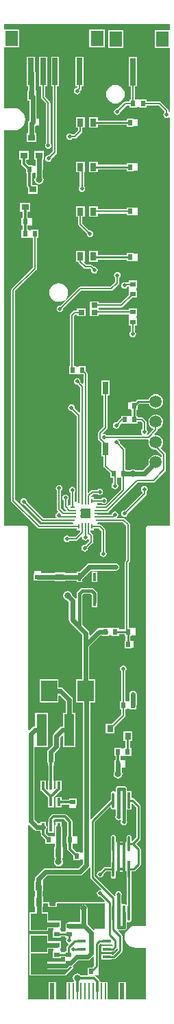
<source format=gtl>
%FSLAX25Y25*%
%MOIN*%
G70*
G01*
G75*
G04 Layer_Physical_Order=1*
G04 Layer_Color=255*
%ADD10C,0.05906*%
%ADD11R,0.07874X0.07874*%
%ADD12R,0.02362X0.02756*%
%ADD13R,0.02756X0.02362*%
%ADD14R,0.03150X0.03937*%
%ADD15R,0.03937X0.03150*%
%ADD16R,0.02559X0.02165*%
%ADD17R,0.02165X0.02559*%
%ADD18R,0.03543X0.03150*%
%ADD19R,0.03543X0.03150*%
%ADD20R,0.01575X0.03937*%
%ADD21O,0.01181X0.07874*%
%ADD22R,0.01181X0.07874*%
%ADD23R,0.03937X0.01575*%
%ADD24R,0.02362X0.07874*%
%ADD25R,0.01063X0.07874*%
%ADD26R,0.05118X0.05118*%
%ADD27R,0.00787X0.02362*%
%ADD28R,0.00787X0.03150*%
%ADD29R,0.02362X0.00787*%
%ADD30R,0.03150X0.00787*%
%ADD31R,0.03150X0.02559*%
%ADD32R,0.05118X0.15748*%
%ADD33R,0.03150X0.03543*%
%ADD34R,0.03150X0.03543*%
%ADD35R,0.06299X0.07480*%
%ADD36R,0.02756X0.13386*%
%ADD37R,0.02756X0.06102*%
%ADD38R,0.07874X0.10000*%
%ADD39C,0.00787*%
%ADD40C,0.02362*%
%ADD41C,0.01000*%
%ADD42C,0.01575*%
%ADD43C,0.01181*%
%ADD44C,0.01969*%
%ADD45C,0.03150*%
G36*
X65227Y-381760D02*
Y-396529D01*
X63479Y-398276D01*
X63017Y-398085D01*
Y-396329D01*
X62925Y-395868D01*
X62664Y-395478D01*
X62274Y-395217D01*
X61813Y-395125D01*
X61352Y-395217D01*
X60961Y-395478D01*
X60700Y-395868D01*
X60609Y-396329D01*
Y-398716D01*
X60130Y-398861D01*
X60105Y-398824D01*
X59715Y-398563D01*
X59254Y-398471D01*
X56695D01*
X56234Y-398563D01*
X55843Y-398824D01*
X55818Y-398861D01*
X55340Y-398716D01*
Y-396329D01*
X55248Y-395868D01*
X54987Y-395478D01*
X54596Y-395217D01*
X54136Y-395125D01*
X53675Y-395217D01*
X53284Y-395478D01*
X53023Y-395868D01*
X52931Y-396329D01*
Y-403022D01*
X53023Y-403483D01*
X53024Y-403484D01*
Y-408148D01*
X53023Y-408148D01*
X52931Y-408609D01*
Y-410844D01*
X50131D01*
X50131Y-410844D01*
X49705Y-410928D01*
X49345Y-411170D01*
X49345Y-411170D01*
X47705Y-412809D01*
X47677Y-412804D01*
X47063Y-412926D01*
X46542Y-413274D01*
X46194Y-413795D01*
X46071Y-414409D01*
X46194Y-415024D01*
X46542Y-415545D01*
X47063Y-415893D01*
X47677Y-416015D01*
X48292Y-415893D01*
X48812Y-415545D01*
X49161Y-415024D01*
X49283Y-414409D01*
X49277Y-414382D01*
X50591Y-413068D01*
X52931D01*
Y-415302D01*
X53023Y-415763D01*
X53284Y-416154D01*
X53675Y-416415D01*
X54136Y-416506D01*
X54596Y-416415D01*
X54987Y-416154D01*
X55248Y-415763D01*
X55340Y-415302D01*
Y-412915D01*
X55818Y-412770D01*
X55843Y-412807D01*
X56234Y-413068D01*
X56695Y-413160D01*
X59254D01*
X59715Y-413068D01*
X60105Y-412807D01*
X60153Y-412736D01*
X60632Y-412881D01*
Y-416483D01*
X60701D01*
Y-429048D01*
X60222Y-429193D01*
X60105Y-429018D01*
X59715Y-428757D01*
X59254Y-428665D01*
X58793Y-428757D01*
X58540Y-428925D01*
X58100Y-428689D01*
Y-424844D01*
X58137Y-424788D01*
X58259Y-424173D01*
X58137Y-423559D01*
X57789Y-423038D01*
X57268Y-422690D01*
X56653Y-422568D01*
X56039Y-422690D01*
X55518Y-423038D01*
X55170Y-423559D01*
X55048Y-424173D01*
X55166Y-424767D01*
X54793Y-424967D01*
X54689D01*
X45100Y-415378D01*
Y-389024D01*
X52462Y-381662D01*
X52940Y-381807D01*
X53023Y-382223D01*
X53284Y-382614D01*
X53675Y-382875D01*
X54136Y-382966D01*
X54596Y-382875D01*
X54847Y-382707D01*
X55288Y-382943D01*
Y-385843D01*
X55209Y-385960D01*
X55087Y-386575D01*
X55209Y-387189D01*
X55558Y-387710D01*
X56078Y-388058D01*
X56693Y-388180D01*
X57307Y-388058D01*
X57408Y-387991D01*
X57849Y-388227D01*
D01*
X57770Y-388439D01*
Y-388439D01*
X57648Y-389053D01*
X57770Y-389668D01*
X58118Y-390189D01*
X58639Y-390537D01*
X59254Y-390659D01*
X59868Y-390537D01*
X60389Y-390189D01*
X60737Y-389668D01*
X60859Y-389053D01*
X60737Y-388439D01*
X60659Y-388321D01*
Y-382943D01*
X62994D01*
Y-380181D01*
X63456Y-379990D01*
X65227Y-381760D01*
D02*
G37*
G36*
X81674Y-3789D02*
X74327D01*
Y-12451D01*
X81674D01*
Y-43597D01*
X81523Y-43697D01*
X81082Y-43462D01*
Y-42795D01*
X81006Y-42411D01*
X80788Y-42086D01*
X77443Y-38740D01*
X77118Y-38523D01*
X76733Y-38447D01*
X70264D01*
Y-37481D01*
X66721D01*
Y-37700D01*
X65539D01*
Y-37481D01*
X64771D01*
Y-31381D01*
X65705D01*
Y-16815D01*
X61768D01*
Y-31381D01*
X62764D01*
Y-37481D01*
X61996D01*
Y-38447D01*
X60117D01*
X59797Y-38510D01*
X59733Y-38523D01*
X59407Y-38740D01*
X56140Y-42008D01*
X55984Y-41977D01*
X55370Y-42099D01*
X54849Y-42447D01*
X54501Y-42968D01*
X54379Y-43583D01*
X54501Y-44197D01*
X54849Y-44718D01*
X55370Y-45066D01*
X55984Y-45188D01*
X56599Y-45066D01*
X57120Y-44718D01*
X57468Y-44197D01*
X57590Y-43583D01*
X57559Y-43427D01*
X60533Y-40453D01*
X61996D01*
Y-41418D01*
X65539D01*
Y-41200D01*
X66721D01*
Y-41418D01*
X70264D01*
Y-40453D01*
X76318D01*
X79075Y-43211D01*
Y-43816D01*
X78943Y-43904D01*
X78595Y-44425D01*
X78473Y-45039D01*
X78595Y-45654D01*
X78943Y-46175D01*
X79464Y-46523D01*
X80079Y-46645D01*
X80693Y-46523D01*
X81214Y-46175D01*
X81674Y-46482D01*
Y-245060D01*
X70866D01*
X70482Y-245136D01*
X70157Y-245354D01*
X69939Y-245679D01*
X69863Y-246063D01*
Y-439548D01*
X64961D01*
Y-439521D01*
X63573Y-439704D01*
X62280Y-440239D01*
X61170Y-441091D01*
X60318Y-442202D01*
X59782Y-443495D01*
X59600Y-444882D01*
X59782Y-446270D01*
X60318Y-447563D01*
X61170Y-448673D01*
X62280Y-449525D01*
X63573Y-450060D01*
X64961Y-450243D01*
Y-450216D01*
X69863D01*
Y-475375D01*
X60210D01*
Y-466812D01*
X56666D01*
Y-475375D01*
X51410D01*
Y-466812D01*
X48673D01*
X47556Y-466589D01*
X47464Y-466128D01*
X47203Y-465737D01*
X47203Y-465737D01*
X45496Y-464030D01*
X45105Y-463769D01*
X45105Y-463769D01*
X45105D01*
Y-463743D01*
X45110Y-463698D01*
D01*
X45110D01*
X45110Y-463480D01*
X46900D01*
Y-459980D01*
X46900Y-459980D01*
X46900D01*
X46792Y-459778D01*
X46797Y-459772D01*
X46893Y-459627D01*
X46978Y-459202D01*
X46978Y-459202D01*
X46978Y-459202D01*
Y-459202D01*
Y-448807D01*
X47633Y-448152D01*
X48363D01*
Y-448418D01*
X53481D01*
Y-448418D01*
X53613D01*
X53967Y-448771D01*
Y-449049D01*
X53613Y-449402D01*
X53481D01*
Y-449402D01*
X48363D01*
Y-452158D01*
X53481D01*
Y-451892D01*
X54023D01*
X54023Y-451892D01*
X54449Y-451807D01*
X54809Y-451566D01*
X55865Y-450511D01*
X56154Y-450704D01*
X56203Y-451201D01*
X53996Y-453408D01*
X53481D01*
Y-453142D01*
X48363D01*
Y-455898D01*
X53481D01*
Y-455632D01*
X54456D01*
X54456Y-455632D01*
X54882Y-455547D01*
X55243Y-455306D01*
X58227Y-452322D01*
X58227Y-452322D01*
X58468Y-451961D01*
X58553Y-451535D01*
X58553Y-451535D01*
Y-444488D01*
X58553Y-444488D01*
X58468Y-444063D01*
X58227Y-443702D01*
X56600Y-442075D01*
X56695Y-441602D01*
X59254D01*
X59791Y-441495D01*
X60247Y-441190D01*
X60552Y-440734D01*
X60659Y-440197D01*
X60659Y-440197D01*
X60659Y-440197D01*
Y-440197D01*
Y-437742D01*
X61100Y-437506D01*
X61352Y-437675D01*
X61813Y-437766D01*
X62274Y-437675D01*
X62664Y-437414D01*
X62925Y-437023D01*
X63017Y-436562D01*
Y-429869D01*
X62925Y-429408D01*
X62925Y-429407D01*
Y-416483D01*
X62994D01*
Y-413068D01*
X63832D01*
X63832Y-413068D01*
X64257Y-412983D01*
X64618Y-412742D01*
X67164Y-410196D01*
X67405Y-409835D01*
X67490Y-409410D01*
X67490Y-409410D01*
X67490Y-409410D01*
Y-409409D01*
Y-402402D01*
X67490Y-402402D01*
X67405Y-401976D01*
X67164Y-401615D01*
X65224Y-399676D01*
X67125Y-397775D01*
X67366Y-397415D01*
X67450Y-396989D01*
X67450Y-396989D01*
X67450Y-396989D01*
Y-396989D01*
Y-381299D01*
X67450Y-381299D01*
X67366Y-380874D01*
X67125Y-380513D01*
X64241Y-377630D01*
X63881Y-377389D01*
X63455Y-377304D01*
X63455Y-377304D01*
X62994D01*
Y-373888D01*
X60659D01*
Y-372876D01*
X60552Y-372338D01*
X60247Y-371882D01*
X59791Y-371578D01*
X59254Y-371471D01*
X56695D01*
X56157Y-371578D01*
X55701Y-371882D01*
X55397Y-372338D01*
X55290Y-372876D01*
Y-373890D01*
X54849Y-374125D01*
X54596Y-373957D01*
X54136Y-373865D01*
X53675Y-373957D01*
X53284Y-374218D01*
X53023Y-374608D01*
X52931Y-375069D01*
Y-378048D01*
X43321Y-387658D01*
X42859Y-387467D01*
Y-330861D01*
X45188D01*
Y-319679D01*
X42466D01*
Y-303710D01*
X47910Y-298266D01*
X48586D01*
Y-298429D01*
X52129D01*
Y-298210D01*
X53311D01*
Y-298429D01*
X56854D01*
Y-297580D01*
X59496D01*
Y-298429D01*
X60148D01*
Y-300810D01*
X59587D01*
Y-304550D01*
X62933D01*
Y-304330D01*
X64128D01*
Y-301030D01*
X62933D01*
Y-300810D01*
X62372D01*
Y-298429D01*
X63039D01*
Y-298210D01*
X64830D01*
Y-294710D01*
X63039D01*
Y-294492D01*
X61788D01*
Y-262879D01*
X61977Y-262689D01*
X62123Y-262472D01*
X62195Y-262364D01*
X62271Y-261980D01*
Y-244339D01*
X62208Y-244018D01*
X62195Y-243955D01*
X61977Y-243629D01*
X59841Y-241493D01*
X59516Y-241276D01*
X59132Y-241199D01*
X56362D01*
X56057Y-240742D01*
X56405Y-240221D01*
X56527Y-239606D01*
X56405Y-238992D01*
X56057Y-238471D01*
X55536Y-238123D01*
X54921Y-238001D01*
X54307Y-238123D01*
X53786Y-238471D01*
X53438Y-238992D01*
X53316Y-239606D01*
X53301Y-239624D01*
X46400D01*
Y-238482D01*
X51144D01*
X51528Y-238405D01*
X51853Y-238188D01*
X66124Y-223917D01*
X73543D01*
X73927Y-223840D01*
X74253Y-223623D01*
X79457Y-218419D01*
X79674Y-218094D01*
X79751Y-217710D01*
Y-210115D01*
X79687Y-209794D01*
X79674Y-209731D01*
X79457Y-209405D01*
X77310Y-207258D01*
X77337Y-206846D01*
X77905Y-206106D01*
X78262Y-205244D01*
X78384Y-204319D01*
X78262Y-203394D01*
X77905Y-202532D01*
X77337Y-201792D01*
X76597Y-201224D01*
X75735Y-200867D01*
X74810Y-200745D01*
X74264Y-200817D01*
X74043Y-200369D01*
X75520Y-198892D01*
X75737Y-198566D01*
X75814Y-198182D01*
X75814Y-198182D01*
X75814Y-198182D01*
Y-198182D01*
Y-197760D01*
X76597Y-197435D01*
X77337Y-196867D01*
X77905Y-196127D01*
X78262Y-195265D01*
X78384Y-194340D01*
X78262Y-193415D01*
X77905Y-192553D01*
X77337Y-191813D01*
X76597Y-191245D01*
X75735Y-190888D01*
X74810Y-190766D01*
X73885Y-190888D01*
X73023Y-191245D01*
X72283Y-191813D01*
X71715Y-192553D01*
X71358Y-193415D01*
X71236Y-194340D01*
X71358Y-195265D01*
X71715Y-196127D01*
X72283Y-196867D01*
X73023Y-197435D01*
X73396Y-197589D01*
X73493Y-198080D01*
X70907Y-200666D01*
X70422Y-200544D01*
X70357Y-200329D01*
X70387Y-200309D01*
X70735Y-199788D01*
X70858Y-199173D01*
X70735Y-198559D01*
X70387Y-198038D01*
X70256Y-197950D01*
Y-194528D01*
X70179Y-194143D01*
X69962Y-193818D01*
X68714Y-192571D01*
X68389Y-192353D01*
X68005Y-192277D01*
X66091D01*
Y-191411D01*
X65332D01*
Y-188450D01*
X65894D01*
Y-186479D01*
X66741Y-185632D01*
X71435D01*
X71715Y-186307D01*
X72283Y-187047D01*
X73023Y-187615D01*
X73885Y-187972D01*
X74810Y-188094D01*
X75735Y-187972D01*
X76597Y-187615D01*
X77337Y-187047D01*
X77905Y-186307D01*
X78262Y-185445D01*
X78384Y-184520D01*
X78262Y-183595D01*
X77905Y-182733D01*
X77337Y-181993D01*
X76597Y-181425D01*
X75735Y-181068D01*
X74810Y-180946D01*
X73885Y-181068D01*
X73023Y-181425D01*
X72283Y-181993D01*
X71715Y-182733D01*
X71435Y-183408D01*
X66280D01*
X66280Y-183408D01*
X65855Y-183493D01*
X65494Y-183734D01*
X64518Y-184710D01*
X62547D01*
Y-184930D01*
X61352D01*
Y-188230D01*
X62547D01*
Y-188450D01*
X63108D01*
Y-191411D01*
X62548D01*
Y-191630D01*
X61367D01*
Y-191411D01*
X57824D01*
Y-192576D01*
X57682Y-192670D01*
X55746Y-194606D01*
X55590Y-194576D01*
X54976Y-194698D01*
X54455Y-195046D01*
X54107Y-195567D01*
X53985Y-196181D01*
X54107Y-196796D01*
X54455Y-197317D01*
X54976Y-197664D01*
X55590Y-197787D01*
X56205Y-197664D01*
X56726Y-197317D01*
X57074Y-196796D01*
X57196Y-196181D01*
X57165Y-196026D01*
X57842Y-195349D01*
X61367D01*
Y-195130D01*
X62548D01*
Y-195349D01*
X66091D01*
Y-194284D01*
X67589D01*
X68248Y-194943D01*
Y-197950D01*
X68117Y-198038D01*
X67769Y-198559D01*
X67646Y-199173D01*
X67769Y-199788D01*
X68117Y-200309D01*
X68147Y-200329D01*
X68002Y-200807D01*
X50869D01*
X50781Y-200676D01*
X50260Y-200328D01*
X49646Y-200205D01*
X49352Y-200264D01*
X49116Y-199823D01*
X51103Y-197836D01*
X51321Y-197510D01*
X51397Y-197126D01*
Y-181595D01*
X52362D01*
Y-174311D01*
X48425D01*
Y-181595D01*
X49390D01*
Y-196710D01*
X46968Y-199133D01*
X46750Y-199459D01*
X46674Y-199843D01*
X46674Y-199843D01*
X46674D01*
X46674Y-199843D01*
X46674D01*
Y-202626D01*
X46674Y-202626D01*
X46674D01*
X46750Y-203010D01*
X46968Y-203336D01*
X48425Y-204794D01*
Y-211319D01*
X49390D01*
Y-215776D01*
X49467Y-216160D01*
X49684Y-216486D01*
X52526Y-219328D01*
Y-221649D01*
X53918D01*
Y-224249D01*
X53786Y-224337D01*
X53438Y-224858D01*
X53316Y-225472D01*
X53438Y-226087D01*
X53786Y-226608D01*
X54307Y-226956D01*
X54921Y-227078D01*
X55536Y-226956D01*
X56057Y-226608D01*
X56405Y-226087D01*
X56527Y-225472D01*
X56405Y-224858D01*
X56057Y-224337D01*
X55925Y-224249D01*
Y-221649D01*
X56069D01*
Y-221430D01*
X57250D01*
Y-221649D01*
X58019D01*
Y-227216D01*
X50334Y-234900D01*
X46794D01*
X46786Y-234901D01*
X46400Y-234584D01*
Y-233757D01*
X48263D01*
X48351Y-233889D01*
X48872Y-234237D01*
X49486Y-234360D01*
X50101Y-234237D01*
X50621Y-233889D01*
X50970Y-233368D01*
X51092Y-232754D01*
X50970Y-232139D01*
X50621Y-231618D01*
X50101Y-231270D01*
X49486Y-231148D01*
X48872Y-231270D01*
X48351Y-231618D01*
X48263Y-231750D01*
X44628D01*
Y-230982D01*
X43413D01*
X43222Y-230520D01*
X44274Y-229468D01*
X46296D01*
X46384Y-229600D01*
X46905Y-229948D01*
X47520Y-230070D01*
X48134Y-229948D01*
X48655Y-229600D01*
X49003Y-229079D01*
X49125Y-228465D01*
X49003Y-227850D01*
X48655Y-227329D01*
X48134Y-226981D01*
X47520Y-226859D01*
X46905Y-226981D01*
X46384Y-227329D01*
X46296Y-227461D01*
X43858D01*
X43474Y-227537D01*
X43149Y-227755D01*
X41960Y-228944D01*
X41498Y-228752D01*
Y-170852D01*
X41422Y-170468D01*
X41204Y-170143D01*
X40754Y-169692D01*
Y-167371D01*
X37211D01*
Y-167590D01*
X36029D01*
Y-167371D01*
X34862D01*
Y-142896D01*
X35674Y-142084D01*
X36395D01*
Y-142950D01*
X40725D01*
Y-139210D01*
X36395D01*
Y-140076D01*
X35259D01*
X34875Y-140153D01*
X34549Y-140370D01*
X33149Y-141771D01*
X32931Y-142096D01*
X32855Y-142480D01*
X32855Y-142480D01*
X32855D01*
X32855Y-142480D01*
X32855D01*
Y-167371D01*
X32486D01*
Y-171309D01*
X36029D01*
Y-171090D01*
X37211D01*
Y-171309D01*
X39491D01*
Y-175607D01*
X39029Y-175799D01*
X38071Y-174841D01*
X38102Y-174685D01*
X37980Y-174071D01*
X37631Y-173550D01*
X37110Y-173202D01*
X36496Y-173079D01*
X35882Y-173202D01*
X35361Y-173550D01*
X35013Y-174071D01*
X34890Y-174685D01*
X35013Y-175300D01*
X35361Y-175820D01*
X35882Y-176169D01*
X36496Y-176291D01*
X36652Y-176260D01*
X37916Y-177524D01*
Y-189623D01*
X37454Y-189814D01*
X35315Y-187675D01*
X35346Y-187520D01*
X35224Y-186905D01*
X34876Y-186384D01*
X34355Y-186036D01*
X33740Y-185914D01*
X33126Y-186036D01*
X32605Y-186384D01*
X32257Y-186905D01*
X32135Y-187520D01*
X32257Y-188134D01*
X32605Y-188655D01*
X33126Y-189003D01*
X33740Y-189125D01*
X33896Y-189094D01*
X36341Y-191540D01*
Y-232754D01*
X36343Y-232761D01*
X36026Y-233148D01*
X35199D01*
Y-228765D01*
X35331Y-228677D01*
X35679Y-228156D01*
X35801Y-227542D01*
X35679Y-226927D01*
X35331Y-226406D01*
X34810Y-226058D01*
X34195Y-225936D01*
X33581Y-226058D01*
X33060Y-226406D01*
X32712Y-226927D01*
X32590Y-227542D01*
X32712Y-228156D01*
X33060Y-228677D01*
X33192Y-228765D01*
Y-234919D01*
X32424D01*
Y-235154D01*
X32246Y-235228D01*
X31830Y-234950D01*
Y-232601D01*
X31962Y-232513D01*
X32310Y-231992D01*
X32432Y-231378D01*
X32310Y-230764D01*
X31962Y-230243D01*
X31441Y-229894D01*
X30827Y-229772D01*
X30212Y-229894D01*
X29691Y-230243D01*
X29343Y-230764D01*
X29221Y-231378D01*
X29343Y-231992D01*
X29691Y-232513D01*
X29823Y-232601D01*
Y-235630D01*
X29823Y-235630D01*
X29823D01*
X29900Y-236014D01*
X30117Y-236339D01*
X31365Y-237588D01*
X31174Y-238050D01*
X30217D01*
X28720Y-236553D01*
Y-227916D01*
X28852Y-227828D01*
X29200Y-227307D01*
X29322Y-226693D01*
X29200Y-226079D01*
X28852Y-225557D01*
X28331Y-225209D01*
X27716Y-225087D01*
X27102Y-225209D01*
X26581Y-225557D01*
X26233Y-226079D01*
X26111Y-226693D01*
X26233Y-227307D01*
X26581Y-227828D01*
X26713Y-227916D01*
Y-236968D01*
X26713Y-236968D01*
X26713D01*
X26789Y-237353D01*
X27007Y-237678D01*
X27282Y-237953D01*
X27136Y-238431D01*
X26905Y-238477D01*
X26384Y-238825D01*
X26036Y-239346D01*
X25914Y-239961D01*
X26036Y-240575D01*
X26159Y-240758D01*
X25923Y-241199D01*
X20099D01*
X12165Y-233266D01*
X12196Y-233110D01*
X12074Y-232496D01*
X11726Y-231975D01*
X11205Y-231627D01*
X10591Y-231505D01*
X9976Y-231627D01*
X9455Y-231975D01*
X9107Y-232496D01*
X8985Y-233110D01*
X9107Y-233725D01*
X9455Y-234246D01*
X9976Y-234594D01*
X10591Y-234716D01*
X10746Y-234685D01*
X18973Y-242912D01*
X19299Y-243130D01*
X19363Y-243143D01*
X19683Y-243206D01*
X34195D01*
X34203Y-243205D01*
X34589Y-243522D01*
Y-244349D01*
X18485D01*
X6476Y-232340D01*
Y-130691D01*
X16604Y-120563D01*
X16821Y-120238D01*
X16898Y-119854D01*
Y-104969D01*
X17666D01*
Y-101031D01*
X14123D01*
Y-101250D01*
X12942D01*
Y-101031D01*
X12374D01*
Y-99019D01*
X12942D01*
Y-98800D01*
X14732D01*
Y-95300D01*
X12942D01*
Y-95082D01*
X12374D01*
Y-92077D01*
X13532D01*
Y-87746D01*
X8808D01*
Y-92077D01*
X9966D01*
Y-95082D01*
X9398D01*
Y-99019D01*
X9966D01*
Y-101031D01*
X9398D01*
Y-104969D01*
X12942D01*
Y-104750D01*
X14123D01*
Y-104969D01*
X14891D01*
Y-119438D01*
X4763Y-129566D01*
X4545Y-129892D01*
X4469Y-130276D01*
X4469Y-130276D01*
X4469D01*
X4469Y-130276D01*
X4469D01*
Y-232756D01*
X4469Y-232756D01*
X4469D01*
X4545Y-233140D01*
X4763Y-233466D01*
X17359Y-246062D01*
X17685Y-246279D01*
X17749Y-246292D01*
X18069Y-246356D01*
X36361D01*
Y-247124D01*
X37916D01*
Y-247909D01*
X35529Y-250296D01*
X32798D01*
X32710Y-250164D01*
X32189Y-249816D01*
X31575Y-249694D01*
X30960Y-249816D01*
X30439Y-250164D01*
X30091Y-250685D01*
X29969Y-251299D01*
X30091Y-251914D01*
X30439Y-252435D01*
X30960Y-252783D01*
X31575Y-252905D01*
X32189Y-252783D01*
X32710Y-252435D01*
X32798Y-252303D01*
X35945D01*
X36329Y-252226D01*
X36654Y-252009D01*
X38468Y-250195D01*
X38909Y-250431D01*
X38889Y-250534D01*
X39011Y-251148D01*
X39359Y-251669D01*
X39880Y-252017D01*
X40494Y-252139D01*
X41109Y-252017D01*
X41630Y-251669D01*
X41746Y-251495D01*
X42225Y-251640D01*
Y-252380D01*
X40313Y-254291D01*
X40157Y-254260D01*
X39543Y-254383D01*
X39022Y-254731D01*
X38674Y-255252D01*
X38552Y-255866D01*
X38674Y-256481D01*
X39022Y-257001D01*
X39543Y-257350D01*
X40157Y-257472D01*
X40772Y-257350D01*
X41293Y-257001D01*
X41641Y-256481D01*
X41763Y-255866D01*
X41732Y-255711D01*
X43938Y-253505D01*
X44155Y-253179D01*
X44232Y-252795D01*
Y-249685D01*
X44168Y-249365D01*
X44155Y-249301D01*
X43938Y-248975D01*
X43073Y-248110D01*
Y-247124D01*
X44628D01*
Y-246356D01*
X47141D01*
X48209Y-247424D01*
Y-257320D01*
X48077Y-257408D01*
X47729Y-257929D01*
X47607Y-258543D01*
X47729Y-259158D01*
X48077Y-259679D01*
X48598Y-260027D01*
X49213Y-260149D01*
X49827Y-260027D01*
X50348Y-259679D01*
X50696Y-259158D01*
X50818Y-258543D01*
X50696Y-257929D01*
X50348Y-257408D01*
X50216Y-257320D01*
Y-247008D01*
X50216Y-247008D01*
X50216Y-247008D01*
Y-247008D01*
X50216D01*
X50216Y-247008D01*
X50140Y-246624D01*
X49922Y-246298D01*
X48267Y-244643D01*
X47941Y-244425D01*
X47557Y-244349D01*
X46400D01*
Y-243522D01*
X46786Y-243205D01*
X46794Y-243206D01*
X58716D01*
X60264Y-244754D01*
Y-261564D01*
X60075Y-261753D01*
X59857Y-262079D01*
X59781Y-262463D01*
X59781Y-262463D01*
X59781D01*
X59781Y-262463D01*
X59781D01*
Y-294492D01*
X59496D01*
Y-295356D01*
X56854D01*
Y-294492D01*
X53311D01*
Y-294710D01*
X52129D01*
Y-294492D01*
X48586D01*
Y-294654D01*
X47162D01*
X46471Y-294791D01*
X45885Y-295183D01*
X42928Y-298139D01*
X42466Y-297948D01*
Y-297195D01*
X42329Y-296504D01*
X41937Y-295918D01*
X38975Y-292956D01*
Y-282032D01*
Y-278563D01*
X39598Y-277940D01*
X42961D01*
X43645Y-278624D01*
Y-282032D01*
X43672Y-282168D01*
Y-284591D01*
X46428D01*
Y-282168D01*
X46455Y-282032D01*
Y-278042D01*
X46348Y-277505D01*
X46044Y-277049D01*
X44537Y-275542D01*
X44081Y-275237D01*
X43543Y-275131D01*
X39016D01*
X38478Y-275237D01*
X38022Y-275542D01*
X36576Y-276988D01*
X36272Y-277444D01*
X36165Y-277981D01*
Y-280127D01*
X35686Y-280272D01*
X35451Y-279919D01*
X34004Y-278472D01*
X33922Y-278060D01*
X33443Y-277344D01*
X32727Y-276865D01*
X31882Y-276697D01*
X31037Y-276865D01*
X30321Y-277344D01*
X29843Y-278060D01*
X29675Y-278905D01*
X29843Y-279750D01*
X30321Y-280466D01*
X31037Y-280945D01*
X31449Y-281027D01*
X32367Y-281944D01*
Y-290709D01*
X32367Y-290709D01*
X32367D01*
X32504Y-291400D01*
X32896Y-291986D01*
X36292Y-295383D01*
Y-295383D01*
X36293Y-295383D01*
X38854Y-297944D01*
Y-302962D01*
X38854Y-302962D01*
X38854D01*
Y-319679D01*
X36132D01*
Y-330861D01*
X39246D01*
Y-403750D01*
X38100D01*
Y-403532D01*
X36062D01*
X34212Y-401681D01*
Y-399698D01*
X34780D01*
Y-399480D01*
X36570D01*
Y-395980D01*
X34780D01*
Y-395761D01*
X34212D01*
Y-388795D01*
X34212Y-388795D01*
X34120Y-388334D01*
X33859Y-387944D01*
X33859Y-387944D01*
X31442Y-385526D01*
X31051Y-385265D01*
X30591Y-385174D01*
X30591Y-385174D01*
X25001D01*
X24540Y-385265D01*
X24384Y-385370D01*
X24149Y-385526D01*
X24149Y-385526D01*
X22929Y-386747D01*
X22667Y-387138D01*
X22576Y-387599D01*
X22576Y-387599D01*
Y-388983D01*
X22402D01*
Y-394101D01*
X25158D01*
Y-388983D01*
X24984D01*
Y-388098D01*
X25500Y-387582D01*
X30092D01*
X31804Y-389294D01*
Y-395761D01*
X31236D01*
Y-399698D01*
X31804D01*
Y-402180D01*
X31804Y-402180D01*
X31895Y-402641D01*
X32156Y-403031D01*
X34556Y-405431D01*
Y-407469D01*
X38100D01*
Y-407250D01*
X39246D01*
Y-409302D01*
X37126Y-411422D01*
X21181D01*
X20490Y-411559D01*
X19904Y-411951D01*
X16506Y-415349D01*
X16115Y-415935D01*
X15977Y-416626D01*
Y-417571D01*
X15618D01*
Y-422689D01*
X16057D01*
Y-425181D01*
X15698D01*
Y-430299D01*
X16084D01*
Y-432932D01*
X13362D01*
Y-441988D01*
X22418D01*
Y-440586D01*
X24850D01*
Y-441733D01*
X24632D01*
Y-445276D01*
X28569D01*
Y-444616D01*
X30780D01*
Y-445144D01*
X31209D01*
X31445Y-445584D01*
X31194Y-445960D01*
X31071Y-446575D01*
X31194Y-447189D01*
X31542Y-447710D01*
X32063Y-448058D01*
X32067Y-448059D01*
X32213Y-448538D01*
X31646Y-449104D01*
X31405Y-449465D01*
X31321Y-449890D01*
X31321Y-449890D01*
Y-451847D01*
X30580D01*
Y-452390D01*
X28569D01*
Y-451731D01*
X28350D01*
Y-450549D01*
X28569D01*
Y-447006D01*
X26761D01*
X26598Y-446974D01*
X22418D01*
Y-443720D01*
X13362D01*
Y-452775D01*
X13374D01*
Y-454507D01*
X13362D01*
Y-462883D01*
X13337Y-462944D01*
X13362Y-463005D01*
Y-463562D01*
X13747D01*
X14104Y-463710D01*
X30591D01*
X31043Y-463523D01*
X34494Y-460071D01*
X34554Y-459926D01*
X34654Y-459805D01*
X34644Y-459709D01*
X34681Y-459619D01*
X34621Y-459474D01*
X34606Y-459318D01*
X34389Y-458913D01*
X34658Y-458734D01*
X37066Y-456326D01*
X41582D01*
X42274Y-456189D01*
X42860Y-455797D01*
X44292Y-454365D01*
X44754Y-454556D01*
Y-458741D01*
X43734Y-459761D01*
X41566D01*
Y-463678D01*
X38360D01*
X38122Y-463321D01*
X37406Y-462842D01*
X36561Y-462674D01*
X35716Y-462842D01*
X35000Y-463321D01*
X34521Y-464037D01*
X34353Y-464882D01*
X34521Y-465727D01*
X34952Y-466371D01*
X34716Y-466812D01*
X31450D01*
Y-475375D01*
X26194D01*
Y-466812D01*
X22650D01*
Y-475375D01*
X12815D01*
Y-390721D01*
X13276Y-390530D01*
X15566Y-392820D01*
X15566Y-392820D01*
X15566D01*
X15566Y-392820D01*
X15566D01*
X15566Y-392820D01*
Y-392820D01*
Y-392820D01*
D01*
D01*
X15566D01*
Y-392820D01*
X16152Y-393211D01*
X16844Y-393349D01*
X18662D01*
Y-394101D01*
X18836D01*
Y-394992D01*
X18836Y-394992D01*
X18927Y-395453D01*
X19188Y-395844D01*
X20996Y-397651D01*
Y-399689D01*
X24539D01*
Y-399470D01*
X25674D01*
Y-401371D01*
X25311D01*
Y-406489D01*
X25674D01*
Y-407192D01*
X25441Y-407541D01*
X25273Y-408386D01*
X25441Y-409231D01*
X25919Y-409947D01*
X26635Y-410426D01*
X27480Y-410594D01*
X28325Y-410426D01*
X29041Y-409947D01*
X29520Y-409231D01*
X29688Y-408386D01*
X29520Y-407541D01*
X29287Y-407192D01*
Y-406489D01*
X29642D01*
Y-401371D01*
X29287D01*
Y-391582D01*
X29149Y-390891D01*
X28898Y-390515D01*
Y-388983D01*
X26142D01*
Y-390396D01*
X25811Y-390891D01*
X25674Y-391582D01*
Y-395970D01*
X24539D01*
Y-395752D01*
X22502D01*
X21244Y-394493D01*
Y-394101D01*
X21418D01*
Y-392669D01*
X21709Y-392234D01*
X21846Y-391542D01*
X21709Y-390851D01*
X21418Y-390416D01*
Y-388983D01*
X18662D01*
Y-389736D01*
X17592D01*
X15783Y-387927D01*
Y-352688D01*
X16109D01*
Y-352688D01*
X22408D01*
Y-335758D01*
X16109D01*
Y-342417D01*
X15946D01*
X15255Y-342554D01*
X14669Y-342946D01*
X13276Y-344338D01*
X12815Y-344147D01*
Y-246063D01*
X12738Y-245679D01*
X12521Y-245354D01*
X12195Y-245136D01*
X11811Y-245060D01*
X1003D01*
Y-52578D01*
X5906D01*
Y-52605D01*
X7293Y-52422D01*
X8586Y-51887D01*
X9696Y-51035D01*
X10548Y-49924D01*
X11084Y-48632D01*
X11266Y-47244D01*
X11084Y-45857D01*
X10548Y-44564D01*
X9696Y-43453D01*
X8586Y-42601D01*
X7293Y-42066D01*
X5906Y-41883D01*
Y-41910D01*
X1003D01*
Y-12380D01*
X8427D01*
Y-3718D01*
X1003D01*
Y-1003D01*
X81674D01*
Y-3789D01*
D02*
G37*
G36*
X71426Y-203230D02*
X71358Y-203394D01*
X71236Y-204319D01*
X71358Y-205244D01*
X71715Y-206106D01*
X72283Y-206846D01*
X73023Y-207414D01*
X73885Y-207771D01*
X74810Y-207893D01*
X75072Y-207858D01*
X77744Y-210530D01*
Y-211271D01*
X77295Y-211492D01*
X76597Y-210957D01*
X75735Y-210599D01*
X74810Y-210478D01*
X73885Y-210599D01*
X73023Y-210957D01*
X72283Y-211525D01*
X71715Y-212265D01*
X71358Y-213127D01*
X71236Y-214052D01*
X71355Y-214952D01*
X68454Y-217853D01*
X64855D01*
X64506Y-217620D01*
X63661Y-217452D01*
X62817Y-217620D01*
X62467Y-217853D01*
X60794D01*
Y-217711D01*
X60026D01*
Y-207762D01*
X59949Y-207378D01*
X59732Y-207053D01*
X57165Y-204486D01*
X57196Y-204331D01*
X57074Y-203716D01*
X56726Y-203195D01*
X56205Y-202847D01*
X56205Y-202847D01*
X56205D01*
Y-202847D01*
X56208Y-202815D01*
X71148D01*
X71426Y-203230D01*
D02*
G37*
G36*
X24850Y-451731D02*
X24632D01*
Y-455274D01*
X28569D01*
Y-454614D01*
X30580D01*
Y-455193D01*
X30800D01*
Y-456388D01*
X30800Y-456388D01*
X30800D01*
X30848Y-456504D01*
X30378Y-456974D01*
X17890D01*
X17199Y-457111D01*
X16613Y-457503D01*
X16221Y-458089D01*
X16084Y-458780D01*
X16221Y-459471D01*
X16613Y-460057D01*
X17199Y-460449D01*
X17890Y-460586D01*
X31127D01*
X31818Y-460449D01*
X32404Y-460057D01*
X33198Y-459263D01*
X33381D01*
X33806Y-459178D01*
X34042Y-459619D01*
X30591Y-463071D01*
X14104D01*
X13976Y-462944D01*
X14014Y-462907D01*
Y-452775D01*
X22418D01*
Y-450586D01*
X24850D01*
Y-451731D01*
D02*
G37*
G36*
X50000Y-441024D02*
X44961D01*
Y-441398D01*
X44499Y-441590D01*
X41609Y-438701D01*
Y-431063D01*
X41472Y-430372D01*
X41080Y-429786D01*
X40494Y-429394D01*
X39803Y-429257D01*
X39112Y-429394D01*
X38526Y-429786D01*
X38134Y-430372D01*
X37997Y-431063D01*
Y-437727D01*
X32650D01*
X31959Y-437864D01*
X31373Y-438256D01*
X30981Y-438842D01*
X30844Y-439533D01*
X30981Y-440225D01*
X31104Y-440408D01*
X31000Y-440602D01*
X31000D01*
X31000Y-440602D01*
Y-441797D01*
X30780D01*
Y-442392D01*
X28569D01*
Y-441733D01*
X28350D01*
Y-440552D01*
X28569D01*
Y-437008D01*
X26774D01*
X26600Y-436974D01*
X22418D01*
Y-432932D01*
X19696D01*
Y-430299D01*
X20029D01*
Y-428504D01*
X22391D01*
Y-430299D01*
X26722D01*
Y-428504D01*
X50000D01*
Y-441024D01*
D02*
G37*
G36*
X42876Y-411371D02*
Y-415838D01*
X42876Y-415838D01*
X42961Y-416264D01*
X43202Y-416625D01*
X48212Y-421635D01*
X47976Y-422076D01*
X47677Y-422016D01*
X47063Y-422139D01*
X46542Y-422487D01*
X46194Y-423008D01*
X46071Y-423622D01*
X46194Y-424236D01*
X46542Y-424757D01*
X47063Y-425105D01*
X47677Y-425228D01*
X47705Y-425222D01*
X49885Y-427403D01*
X49694Y-427865D01*
X26722D01*
X26270Y-428052D01*
X26083Y-428504D01*
Y-429660D01*
X23030D01*
Y-428504D01*
X22843Y-428052D01*
X22391Y-427865D01*
X20029D01*
Y-425181D01*
X19670D01*
Y-422689D01*
X19949D01*
Y-417571D01*
X19949D01*
X19949Y-417015D01*
X21929Y-415035D01*
X37874D01*
X38565Y-414897D01*
X39151Y-414506D01*
X42329Y-411328D01*
X42398Y-411225D01*
X42876Y-411371D01*
D02*
G37*
%LPC*%
G36*
X69252Y-225599D02*
X68638Y-225721D01*
X68117Y-226069D01*
X67769Y-226590D01*
X67646Y-227205D01*
X67769Y-227819D01*
X68117Y-228340D01*
X68248Y-228428D01*
Y-228954D01*
X59762Y-237441D01*
X59606Y-237410D01*
X58992Y-237532D01*
X58471Y-237880D01*
X58123Y-238401D01*
X58001Y-239016D01*
X58123Y-239630D01*
X58471Y-240151D01*
X58992Y-240499D01*
X59606Y-240621D01*
X60221Y-240499D01*
X60742Y-240151D01*
X61090Y-239630D01*
X61212Y-239016D01*
X61181Y-238860D01*
X69962Y-230080D01*
X70179Y-229754D01*
X70256Y-229370D01*
Y-228428D01*
X70387Y-228340D01*
X70735Y-227819D01*
X70858Y-227205D01*
X70735Y-226590D01*
X70387Y-226069D01*
X69866Y-225721D01*
X69252Y-225599D01*
D02*
G37*
G36*
X56063Y-121505D02*
X55449Y-121627D01*
X54928Y-121975D01*
X54580Y-122496D01*
X54457Y-123110D01*
X54580Y-123725D01*
X54928Y-124246D01*
X55059Y-124334D01*
Y-126395D01*
X52734Y-128721D01*
X37874D01*
X37554Y-128785D01*
X37490Y-128797D01*
X37164Y-129015D01*
X31295Y-134884D01*
X30919Y-134554D01*
Y-134554D01*
X30919Y-134554D01*
D01*
X31514Y-133779D01*
X31970Y-132678D01*
X32126Y-131496D01*
X31970Y-130314D01*
X31514Y-129213D01*
X30788Y-128267D01*
X29842Y-127541D01*
X28741Y-127085D01*
X27559Y-126929D01*
X26377Y-127085D01*
X25276Y-127541D01*
X24330Y-128267D01*
X23604Y-129213D01*
X23148Y-130314D01*
X22992Y-131496D01*
X23148Y-132678D01*
X23604Y-133779D01*
X24330Y-134725D01*
X25276Y-135451D01*
X26377Y-135907D01*
X27559Y-136063D01*
X28741Y-135907D01*
X29842Y-135451D01*
X30617Y-134856D01*
X30947Y-135232D01*
X28305Y-137874D01*
X28150Y-137843D01*
X27535Y-137965D01*
X27014Y-138313D01*
X26666Y-138834D01*
X26544Y-139449D01*
X26666Y-140063D01*
X27014Y-140584D01*
X27535Y-140932D01*
X28150Y-141054D01*
X28764Y-140932D01*
X29285Y-140584D01*
X29633Y-140063D01*
X29755Y-139449D01*
X29724Y-139293D01*
X38290Y-130728D01*
X53150D01*
X53534Y-130651D01*
X53859Y-130434D01*
X56773Y-127521D01*
X56990Y-127195D01*
X57003Y-127131D01*
X57067Y-126811D01*
Y-124334D01*
X57198Y-124246D01*
X57546Y-123725D01*
X57669Y-123110D01*
X57546Y-122496D01*
X57198Y-121975D01*
X56677Y-121627D01*
X56063Y-121505D01*
D02*
G37*
G36*
X40302Y-111344D02*
X35971D01*
Y-116462D01*
X37133D01*
Y-116523D01*
X37210Y-116907D01*
X37427Y-117232D01*
X39960Y-119765D01*
X39960D01*
X39960Y-119765D01*
X39960D01*
X39960Y-119765D01*
Y-119765D01*
X39960Y-119765D01*
Y-119765D01*
X40285Y-119982D01*
X40669Y-120059D01*
X42970D01*
X43386Y-120474D01*
X43355Y-120630D01*
X43477Y-121244D01*
X43825Y-121765D01*
X44346Y-122113D01*
X44961Y-122236D01*
X45575Y-122113D01*
X46096Y-121765D01*
X46444Y-121244D01*
X46566Y-120630D01*
X46444Y-120016D01*
X46096Y-119495D01*
X45575Y-119147D01*
X44961Y-119024D01*
X44805Y-119055D01*
X44095Y-118345D01*
X43770Y-118128D01*
X43386Y-118052D01*
X41085D01*
X39957Y-116924D01*
X40148Y-116462D01*
X40302D01*
Y-111344D01*
D02*
G37*
G36*
X65518Y-125716D02*
X61581D01*
Y-126484D01*
X60128D01*
X60036Y-126503D01*
X59595Y-126415D01*
X58981Y-126537D01*
X58460Y-126885D01*
X58112Y-127406D01*
X57990Y-128021D01*
X58112Y-128635D01*
X58460Y-129156D01*
X58981Y-129504D01*
X59595Y-129626D01*
X60210Y-129504D01*
X60731Y-129156D01*
X61079Y-128635D01*
X61084Y-128610D01*
X61581Y-128658D01*
Y-129259D01*
X61800D01*
Y-130441D01*
X61581D01*
Y-132762D01*
X57613Y-136730D01*
X47025D01*
Y-135863D01*
X42694D01*
Y-139604D01*
Y-142950D01*
X47025D01*
Y-142071D01*
X61581D01*
Y-142840D01*
X61800D01*
Y-144021D01*
X61581D01*
Y-147564D01*
X62618D01*
Y-150391D01*
X62487Y-150479D01*
X62139Y-151000D01*
X62016Y-151614D01*
X62139Y-152229D01*
X62487Y-152750D01*
X63008Y-153098D01*
X63622Y-153220D01*
X64236Y-153098D01*
X64757Y-152750D01*
X65105Y-152229D01*
X65228Y-151614D01*
X65105Y-151000D01*
X64757Y-150479D01*
X64626Y-150391D01*
Y-147564D01*
X65518D01*
Y-144021D01*
X65300D01*
Y-142840D01*
X65518D01*
Y-139296D01*
X61581D01*
Y-140064D01*
X47025D01*
Y-139604D01*
Y-138737D01*
X58029D01*
X58413Y-138661D01*
X58738Y-138443D01*
X63198Y-133984D01*
X65518D01*
Y-130441D01*
X65300D01*
Y-129259D01*
X65518D01*
Y-125716D01*
D02*
G37*
G36*
X55197Y-263154D02*
X42437D01*
X41746Y-263292D01*
X41160Y-263683D01*
X37574Y-267269D01*
X36192D01*
Y-268040D01*
X30709D01*
Y-267681D01*
X25591D01*
Y-268034D01*
X18980D01*
Y-266972D01*
X15680D01*
Y-268167D01*
X15460D01*
Y-271514D01*
X16661D01*
X17330Y-271647D01*
X25591D01*
Y-272012D01*
X30709D01*
Y-271653D01*
X36192D01*
Y-272387D01*
X38948D01*
Y-271004D01*
X43185Y-266767D01*
X55197D01*
X55888Y-266630D01*
X56474Y-266238D01*
X56866Y-265652D01*
X57003Y-264961D01*
X56866Y-264269D01*
X56474Y-263683D01*
X55888Y-263292D01*
X55197Y-263154D01*
D02*
G37*
G36*
X63357Y-344928D02*
X59026D01*
Y-349652D01*
X59990D01*
Y-353051D01*
X59331D01*
Y-353270D01*
X58149D01*
Y-353051D01*
X54606D01*
Y-356989D01*
X55174D01*
Y-358741D01*
X54696D01*
Y-360231D01*
X54611Y-360660D01*
Y-364436D01*
X54378Y-364785D01*
X54210Y-365630D01*
X54378Y-366475D01*
X54856Y-367191D01*
X55572Y-367670D01*
X56417Y-367838D01*
X57262Y-367670D01*
X57978Y-367191D01*
X58457Y-366475D01*
X58625Y-365630D01*
X58457Y-364785D01*
X58224Y-364436D01*
Y-362679D01*
X58239D01*
Y-362460D01*
X60030D01*
Y-358960D01*
X58239D01*
Y-358741D01*
X57582D01*
Y-356989D01*
X58149D01*
Y-356770D01*
X59331D01*
Y-356989D01*
X62874D01*
Y-353051D01*
X62214D01*
Y-349652D01*
X63357D01*
Y-344928D01*
D02*
G37*
G36*
X28898Y-376779D02*
X26142D01*
Y-381897D01*
X28898D01*
Y-380542D01*
X32570D01*
Y-381016D01*
X32790D01*
Y-382212D01*
X32840Y-382162D01*
X36090D01*
Y-381016D01*
X36310D01*
Y-377670D01*
X32570D01*
Y-378133D01*
X28898D01*
Y-376779D01*
D02*
G37*
G36*
X27471Y-319679D02*
X18416D01*
Y-330861D01*
X27471D01*
Y-327687D01*
X27933Y-327495D01*
X30838Y-330400D01*
Y-335758D01*
X29495D01*
Y-342417D01*
X29341D01*
X28650Y-342554D01*
X28064Y-342946D01*
X25179Y-345830D01*
X24788Y-346416D01*
X24650Y-347107D01*
Y-351497D01*
X22503Y-353644D01*
X22111Y-354230D01*
X21974Y-354922D01*
Y-359158D01*
X22111Y-359849D01*
X22402Y-360284D01*
Y-361717D01*
X22576D01*
Y-368803D01*
X22402D01*
Y-372920D01*
X21940Y-373111D01*
X21418Y-372589D01*
Y-368803D01*
X18662D01*
Y-373921D01*
X19344D01*
X22402Y-376979D01*
Y-381897D01*
X25158D01*
Y-376979D01*
X28216Y-373921D01*
X28898D01*
Y-368803D01*
X26142D01*
Y-372589D01*
X25620Y-373111D01*
X25158Y-372920D01*
Y-368803D01*
X24984D01*
Y-361717D01*
X25158D01*
Y-360284D01*
X25449Y-359849D01*
X25586Y-359158D01*
Y-355670D01*
X27734Y-353522D01*
X28126Y-352936D01*
X28263Y-352245D01*
X28263Y-352245D01*
X28263Y-352245D01*
Y-352245D01*
Y-347856D01*
X29033Y-347086D01*
X29495Y-347277D01*
Y-352688D01*
X35794D01*
Y-335758D01*
X34451D01*
Y-329652D01*
X34313Y-328961D01*
X33922Y-328375D01*
X29539Y-323993D01*
X28953Y-323601D01*
X28262Y-323464D01*
X27471D01*
Y-319679D01*
D02*
G37*
G36*
X46428Y-267269D02*
X43672D01*
Y-272387D01*
X46428D01*
Y-267269D01*
D02*
G37*
G36*
X58958Y-312822D02*
X58343Y-312945D01*
X57822Y-313293D01*
X57474Y-313814D01*
X57352Y-314428D01*
X57474Y-315042D01*
X57822Y-315563D01*
X57954Y-315651D01*
Y-330161D01*
X57186D01*
Y-334099D01*
X57954D01*
Y-336706D01*
X53473Y-341188D01*
X50365D01*
Y-345912D01*
X54695D01*
Y-342804D01*
X59667Y-337832D01*
X59885Y-337506D01*
X59898Y-337442D01*
X59961Y-337122D01*
Y-334099D01*
X60729D01*
Y-333880D01*
X61911D01*
Y-334099D01*
X65454D01*
Y-332305D01*
X65489Y-332130D01*
Y-326989D01*
X65351Y-326298D01*
X64960Y-325712D01*
X64373Y-325320D01*
X63682Y-325183D01*
X62991Y-325320D01*
X62405Y-325712D01*
X62013Y-326298D01*
X61876Y-326989D01*
Y-330380D01*
X60729D01*
Y-330161D01*
X59961D01*
Y-315651D01*
X60093Y-315563D01*
X60441Y-315042D01*
X60563Y-314428D01*
X60441Y-313814D01*
X60093Y-313293D01*
X59572Y-312945D01*
X58958Y-312822D01*
D02*
G37*
G36*
X46601Y-46274D02*
X42271D01*
Y-51392D01*
X46601D01*
Y-50002D01*
X60576D01*
Y-50858D01*
X64119D01*
Y-50640D01*
X65910D01*
Y-47140D01*
X64119D01*
Y-46922D01*
X60576D01*
Y-47778D01*
X46601D01*
Y-46274D01*
D02*
G37*
G36*
X40302D02*
X35971D01*
Y-51392D01*
X37133D01*
Y-52589D01*
X35017Y-54705D01*
X34137D01*
X34049Y-54573D01*
X33528Y-54225D01*
X32913Y-54103D01*
X32299Y-54225D01*
X31778Y-54573D01*
X31430Y-55094D01*
X31308Y-55709D01*
X31430Y-56323D01*
X31778Y-56844D01*
X32299Y-57192D01*
X32913Y-57314D01*
X33528Y-57192D01*
X34049Y-56844D01*
X34137Y-56712D01*
X35433D01*
X35817Y-56636D01*
X36143Y-56418D01*
X38846Y-53715D01*
X39064Y-53389D01*
X39140Y-53005D01*
X39140Y-53005D01*
X39140Y-53005D01*
Y-53005D01*
Y-51392D01*
X40302D01*
Y-46274D01*
D02*
G37*
G36*
X15947Y-16744D02*
X12010D01*
Y-31310D01*
X12550D01*
Y-33071D01*
X12191D01*
Y-38189D01*
X13203D01*
Y-47812D01*
X13033Y-47982D01*
X12641Y-48568D01*
X12504Y-49260D01*
Y-53985D01*
X11948D01*
Y-58315D01*
X16672D01*
Y-53985D01*
X16116D01*
Y-50430D01*
X16683D01*
Y-50210D01*
X17878D01*
Y-46910D01*
X16816D01*
Y-36283D01*
X16679Y-35592D01*
X16522Y-35357D01*
Y-33071D01*
X16163D01*
Y-24405D01*
X16025Y-23714D01*
X15947Y-23596D01*
Y-16744D01*
D02*
G37*
G36*
X55118Y-30473D02*
X53936Y-30628D01*
X52835Y-31085D01*
X51889Y-31810D01*
X51163Y-32756D01*
X50707Y-33858D01*
X50551Y-35039D01*
X50707Y-36221D01*
X51163Y-37323D01*
X51889Y-38269D01*
X52835Y-38994D01*
X53936Y-39450D01*
X55118Y-39606D01*
X56300Y-39450D01*
X57402Y-38994D01*
X58347Y-38269D01*
X59073Y-37323D01*
X59529Y-36221D01*
X59685Y-35039D01*
X59529Y-33858D01*
X59073Y-32756D01*
X58347Y-31810D01*
X57402Y-31085D01*
X56300Y-30628D01*
X55118Y-30473D01*
D02*
G37*
G36*
X49923Y-3718D02*
X42443D01*
Y-12380D01*
X49923D01*
Y-3718D01*
D02*
G37*
G36*
X59012Y-3789D02*
X51531D01*
Y-12451D01*
X59012D01*
Y-3789D01*
D02*
G37*
G36*
X39569Y-16744D02*
X35632D01*
Y-31310D01*
X36597D01*
Y-31816D01*
X36496Y-31898D01*
X35882Y-32021D01*
X35361Y-32369D01*
X35013Y-32890D01*
X34890Y-33504D01*
X35013Y-34118D01*
X35361Y-34639D01*
X35882Y-34987D01*
X36496Y-35110D01*
X37110Y-34987D01*
X37631Y-34639D01*
X37980Y-34118D01*
X38102Y-33504D01*
X38071Y-33348D01*
X38310Y-33109D01*
X38527Y-32784D01*
X38604Y-32400D01*
Y-31310D01*
X39569D01*
Y-16744D01*
D02*
G37*
G36*
X21852D02*
X17915D01*
Y-31310D01*
X18880D01*
Y-36537D01*
X18957Y-36921D01*
X19174Y-37247D01*
X21477Y-39549D01*
Y-58776D01*
X21345Y-58865D01*
X20997Y-59386D01*
X20875Y-60000D01*
X20997Y-60615D01*
X21345Y-61135D01*
X21866Y-61483D01*
X22480Y-61606D01*
X23095Y-61483D01*
X23616Y-61135D01*
X23964Y-60615D01*
X24086Y-60000D01*
X23964Y-59386D01*
X23616Y-58865D01*
X23484Y-58776D01*
Y-39134D01*
X23407Y-38750D01*
X23190Y-38424D01*
X20887Y-36122D01*
Y-31310D01*
X21852D01*
Y-16744D01*
D02*
G37*
G36*
X46601Y-89514D02*
X42271D01*
Y-94632D01*
X46601D01*
Y-93073D01*
X60576D01*
Y-94038D01*
X64119D01*
Y-93820D01*
X65910D01*
Y-90320D01*
X64119D01*
Y-90101D01*
X60576D01*
Y-91066D01*
X46601D01*
Y-89514D01*
D02*
G37*
G36*
X40302D02*
X35971D01*
Y-94632D01*
X37133D01*
Y-98334D01*
X37133Y-98334D01*
X37133D01*
X37210Y-98718D01*
X37427Y-99043D01*
X41221Y-102837D01*
X41190Y-102992D01*
X41312Y-103607D01*
X41660Y-104128D01*
X42181Y-104476D01*
X42795Y-104598D01*
X43410Y-104476D01*
X43931Y-104128D01*
X44279Y-103607D01*
X44401Y-102992D01*
X44279Y-102378D01*
X43931Y-101857D01*
X43410Y-101509D01*
X42795Y-101386D01*
X42640Y-101417D01*
X39140Y-97918D01*
Y-94632D01*
X40302D01*
Y-89514D01*
D02*
G37*
G36*
X46601Y-111344D02*
X42271D01*
Y-116462D01*
X46601D01*
Y-115452D01*
X60576D01*
Y-116308D01*
X64119D01*
Y-116090D01*
X65910D01*
Y-112590D01*
X64119D01*
Y-112372D01*
X60576D01*
Y-113228D01*
X46601D01*
Y-111344D01*
D02*
G37*
G36*
X40292Y-67864D02*
X35961D01*
Y-72982D01*
X37815D01*
Y-79761D01*
X37683Y-79849D01*
X37336Y-80370D01*
X37213Y-80984D01*
X37336Y-81599D01*
X37683Y-82120D01*
X38204Y-82468D01*
X38819Y-82590D01*
X39433Y-82468D01*
X39954Y-82120D01*
X40302Y-81599D01*
X40424Y-80984D01*
X40302Y-80370D01*
X39954Y-79849D01*
X39822Y-79761D01*
Y-72982D01*
X40292D01*
Y-67864D01*
D02*
G37*
G36*
X27758Y-16744D02*
X23821D01*
Y-31310D01*
X24786D01*
Y-62693D01*
X22754Y-64724D01*
X22598Y-64694D01*
X21984Y-64816D01*
X21463Y-65164D01*
X21115Y-65685D01*
X20993Y-66299D01*
X21115Y-66914D01*
X21463Y-67435D01*
X21984Y-67783D01*
X22598Y-67905D01*
X23213Y-67783D01*
X23734Y-67435D01*
X24082Y-66914D01*
X24204Y-66299D01*
X24173Y-66144D01*
X26499Y-63818D01*
X26716Y-63492D01*
X26793Y-63108D01*
X26793Y-63108D01*
X26793Y-63108D01*
Y-63108D01*
Y-31310D01*
X27758D01*
Y-16744D01*
D02*
G37*
G36*
X20412Y-62646D02*
X15688D01*
Y-66977D01*
X16236D01*
Y-69900D01*
X15089D01*
Y-69682D01*
X13052D01*
X11774Y-68403D01*
Y-66977D01*
X12932D01*
Y-62646D01*
X8208D01*
Y-66977D01*
X9366D01*
Y-68902D01*
X9366Y-68902D01*
X9457Y-69363D01*
X9718Y-69754D01*
X11546Y-71581D01*
Y-73619D01*
X12114D01*
Y-79658D01*
X12113Y-79658D01*
X12205Y-80119D01*
X12466Y-80509D01*
X12548Y-80591D01*
Y-83415D01*
X17272D01*
Y-79085D01*
X14522D01*
Y-73619D01*
X15089D01*
Y-73400D01*
X16186D01*
Y-75420D01*
X15952Y-75769D01*
X15784Y-76614D01*
X15952Y-77459D01*
X16431Y-78175D01*
X17147Y-78654D01*
X17992Y-78822D01*
X18837Y-78654D01*
X19553Y-78175D01*
X20032Y-77459D01*
X20200Y-76614D01*
X20032Y-75769D01*
X19798Y-75420D01*
Y-73619D01*
X19814D01*
Y-71825D01*
X19849Y-71650D01*
Y-66977D01*
X20412D01*
Y-62646D01*
D02*
G37*
G36*
X46591Y-67864D02*
X42261D01*
Y-72982D01*
X46591D01*
Y-71572D01*
X60576D01*
Y-72429D01*
X64119D01*
Y-72210D01*
X65910D01*
Y-68710D01*
X64119D01*
Y-68492D01*
X60576D01*
Y-69348D01*
X46591D01*
Y-67864D01*
D02*
G37*
%LPD*%
D10*
X74810Y-204319D02*
D03*
Y-184520D02*
D03*
Y-214052D02*
D03*
Y-175140D02*
D03*
Y-194340D02*
D03*
D11*
X17890Y-459035D02*
D03*
Y-448247D02*
D03*
Y-437460D02*
D03*
D12*
X64320Y-193380D02*
D03*
X59595D02*
D03*
X61268Y-296460D02*
D03*
X65992D02*
D03*
X50358D02*
D03*
X55082D02*
D03*
X63768Y-39450D02*
D03*
X68492D02*
D03*
X54298Y-219680D02*
D03*
X59022D02*
D03*
X38982Y-169340D02*
D03*
X34258D02*
D03*
X62348Y-48890D02*
D03*
X67072D02*
D03*
X62348Y-70460D02*
D03*
X67072D02*
D03*
X62348Y-92070D02*
D03*
X67072D02*
D03*
X62348Y-114340D02*
D03*
X67072D02*
D03*
X48062Y-461730D02*
D03*
X43338D02*
D03*
X56468Y-360710D02*
D03*
X61192D02*
D03*
X22768Y-397720D02*
D03*
X27492D02*
D03*
X56378Y-355020D02*
D03*
X61102D02*
D03*
X33008Y-397730D02*
D03*
X37732D02*
D03*
X41052Y-405500D02*
D03*
X36328D02*
D03*
X58958Y-332130D02*
D03*
X63682D02*
D03*
X15894Y-103000D02*
D03*
X11170D02*
D03*
X13318Y-71650D02*
D03*
X18042D02*
D03*
X15894Y-97050D02*
D03*
X11170D02*
D03*
D13*
X63550Y-145792D02*
D03*
Y-141068D02*
D03*
Y-127488D02*
D03*
Y-132212D02*
D03*
X26600Y-453502D02*
D03*
Y-448778D02*
D03*
Y-443504D02*
D03*
Y-438780D02*
D03*
D14*
X24556Y-427740D02*
D03*
X17864D02*
D03*
X27477Y-403930D02*
D03*
X20784D02*
D03*
X38137Y-113903D02*
D03*
X44436D02*
D03*
X38137Y-92073D02*
D03*
X44436D02*
D03*
X38127Y-70423D02*
D03*
X44426D02*
D03*
X38137Y-48833D02*
D03*
X44436D02*
D03*
X24476Y-420130D02*
D03*
X17784D02*
D03*
X7664Y-35630D02*
D03*
X14356D02*
D03*
D15*
X28150Y-263154D02*
D03*
Y-269847D02*
D03*
D16*
X34440Y-379343D02*
D03*
Y-383280D02*
D03*
X17330Y-265903D02*
D03*
Y-269840D02*
D03*
X32650Y-439533D02*
D03*
Y-443470D02*
D03*
X32450Y-457457D02*
D03*
Y-453520D02*
D03*
D17*
X60283Y-186580D02*
D03*
X64220D02*
D03*
X65197Y-302680D02*
D03*
X61260D02*
D03*
X18947Y-48560D02*
D03*
X15010D02*
D03*
D18*
X14310Y-56150D02*
D03*
X10570Y-64811D02*
D03*
X14910Y-81250D02*
D03*
X11170Y-89911D02*
D03*
D19*
X18050Y-64811D02*
D03*
X18650Y-89911D02*
D03*
D20*
X27520Y-359158D02*
D03*
X20040D02*
D03*
X23780D02*
D03*
Y-371362D02*
D03*
X20040D02*
D03*
X27520D02*
D03*
X20040Y-391542D02*
D03*
X27520D02*
D03*
X23780D02*
D03*
Y-379338D02*
D03*
X27520D02*
D03*
X20040D02*
D03*
X37570Y-269828D02*
D03*
X45050D02*
D03*
X41310Y-282032D02*
D03*
X45050D02*
D03*
X37570D02*
D03*
D21*
X54136Y-399676D02*
D03*
X56695D02*
D03*
X59254D02*
D03*
X61813D02*
D03*
X54136Y-378416D02*
D03*
X56695D02*
D03*
X59254D02*
D03*
X54136Y-433216D02*
D03*
X56695D02*
D03*
X59254D02*
D03*
X61813D02*
D03*
X54136Y-411956D02*
D03*
X56695D02*
D03*
X59254D02*
D03*
D22*
X61813Y-378416D02*
D03*
Y-411956D02*
D03*
D23*
X50922Y-454520D02*
D03*
Y-447040D02*
D03*
Y-450780D02*
D03*
X38718D02*
D03*
Y-447040D02*
D03*
Y-454520D02*
D03*
D24*
X58438Y-471340D02*
D03*
X24422D02*
D03*
D25*
X52257D02*
D03*
X50288D02*
D03*
X48320D02*
D03*
X46351D02*
D03*
X44383D02*
D03*
X40446D02*
D03*
X38477D02*
D03*
X36509D02*
D03*
X34540D02*
D03*
X32572D02*
D03*
X30603D02*
D03*
X42414D02*
D03*
D26*
X40494Y-239053D02*
D03*
D27*
X43644Y-245352D02*
D03*
X37345D02*
D03*
Y-232754D02*
D03*
X43644D02*
D03*
D28*
X42069Y-244959D02*
D03*
X40494D02*
D03*
X38920D02*
D03*
Y-233148D02*
D03*
X40494D02*
D03*
X42069D02*
D03*
D29*
X34195Y-242203D02*
D03*
Y-235904D02*
D03*
X46794D02*
D03*
Y-242203D02*
D03*
D30*
X34589Y-240628D02*
D03*
Y-239053D02*
D03*
Y-237478D02*
D03*
X46400D02*
D03*
Y-239053D02*
D03*
Y-240628D02*
D03*
D31*
X44859Y-137733D02*
D03*
X38560D02*
D03*
X44859Y-141080D02*
D03*
X38560D02*
D03*
D32*
X19259Y-344223D02*
D03*
X32644D02*
D03*
D33*
X52530Y-343550D02*
D03*
X61191Y-347290D02*
D03*
D34*
Y-339810D02*
D03*
D35*
X78067Y-8120D02*
D03*
X55272D02*
D03*
X46183Y-8049D02*
D03*
X4687D02*
D03*
D36*
X69642Y-24098D02*
D03*
X63736D02*
D03*
X13978Y-24027D02*
D03*
X19884D02*
D03*
X25789D02*
D03*
X31695D02*
D03*
X37600D02*
D03*
D37*
X50394Y-177953D02*
D03*
Y-207677D02*
D03*
X32283Y-177953D02*
D03*
Y-207677D02*
D03*
D38*
X40660Y-325270D02*
D03*
X22943D02*
D03*
D39*
X44859Y-141080D02*
X44871Y-141068D01*
X63550D01*
X44859Y-137733D02*
X58029D01*
X63550Y-132212D01*
X50394Y-197126D02*
Y-177953D01*
X47677Y-199843D02*
X50394Y-197126D01*
X47677Y-202626D02*
Y-199843D01*
Y-202626D02*
X50394Y-205343D01*
Y-207677D02*
Y-205343D01*
X58392Y-193380D02*
X59595D01*
X55590Y-196181D02*
X58392Y-193380D01*
X55590Y-204331D02*
X59022Y-207762D01*
Y-219680D02*
Y-207762D01*
X27520Y-239961D02*
X28187Y-240628D01*
X34589D01*
X49646Y-201811D02*
X71181D01*
X74810Y-198182D01*
Y-194340D01*
X43644Y-245352D02*
X47557D01*
X49213Y-247008D01*
Y-258543D02*
Y-247008D01*
X63736Y-24098D02*
X63768Y-24129D01*
Y-39450D02*
Y-24129D01*
X60117Y-39450D02*
X63768D01*
X55984Y-43583D02*
X60117Y-39450D01*
X56063Y-126811D02*
Y-123110D01*
X53150Y-129724D02*
X56063Y-126811D01*
X37874Y-129724D02*
X53150D01*
X28150Y-139449D02*
X37874Y-129724D01*
X31575Y-251299D02*
X35945D01*
X38920Y-248324D01*
Y-244959D01*
X40157Y-255866D02*
X43228Y-252795D01*
Y-249685D01*
X42069Y-248526D02*
X43228Y-249685D01*
X42069Y-248526D02*
Y-244959D01*
X25789Y-63108D02*
Y-24027D01*
X22598Y-66299D02*
X25789Y-63108D01*
X19884Y-36537D02*
Y-24027D01*
Y-36537D02*
X22480Y-39134D01*
Y-60000D02*
Y-39134D01*
X33740Y-187520D02*
X37345Y-191124D01*
Y-232754D02*
Y-191124D01*
X37600Y-32400D02*
Y-24027D01*
X36496Y-33504D02*
X37600Y-32400D01*
X36496Y-174685D02*
X38920Y-177109D01*
Y-233148D02*
Y-177109D01*
X40494Y-233148D02*
Y-170852D01*
X38982Y-169340D02*
X40494Y-170852D01*
X68492Y-39450D02*
X76733D01*
X38137Y-53005D02*
Y-48833D01*
X35433Y-55709D02*
X38137Y-53005D01*
X32913Y-55709D02*
X35433D01*
X10591Y-233110D02*
X19683Y-242203D01*
X34195D01*
X38127Y-70423D02*
X38819Y-71115D01*
Y-80984D02*
Y-71115D01*
X27716Y-236968D02*
Y-226693D01*
Y-236968D02*
X29801Y-239053D01*
X34589D01*
X38137Y-116523D02*
Y-113903D01*
Y-116523D02*
X40669Y-119055D01*
X43386D01*
X44961Y-120630D01*
X38137Y-98334D02*
Y-92073D01*
Y-98334D02*
X42795Y-102992D01*
X76733Y-39450D02*
X80079Y-42795D01*
Y-45039D02*
Y-42795D01*
X74810Y-206178D02*
Y-204319D01*
X78747Y-217710D02*
Y-210115D01*
X73543Y-222913D02*
X78747Y-217710D01*
X74810Y-206178D02*
X78747Y-210115D01*
X44439Y-92070D02*
X62348D01*
X38137Y-113903D02*
X38234D01*
X34195Y-235904D02*
Y-227542D01*
X30827Y-235630D02*
Y-231378D01*
Y-235630D02*
X32675Y-237478D01*
X34589D01*
X15894Y-119854D02*
Y-103000D01*
X5472Y-130276D02*
X15894Y-119854D01*
X5472Y-232756D02*
Y-130276D01*
Y-232756D02*
X18069Y-245352D01*
X37345D01*
X33858Y-168940D02*
Y-142480D01*
X35259Y-141080D02*
X38560D01*
X33858Y-142480D02*
X35259Y-141080D01*
X33858Y-168940D02*
X34258Y-169340D01*
X64220Y-193280D02*
X68005D01*
X69252Y-194528D01*
Y-199173D02*
Y-194528D01*
Y-229370D02*
Y-227205D01*
X59606Y-239016D02*
X69252Y-229370D01*
X40494Y-250534D02*
Y-244959D01*
X54298Y-219680D02*
X54921Y-220304D01*
Y-225472D02*
Y-220304D01*
X50394Y-215776D02*
Y-207677D01*
Y-215776D02*
X54298Y-219680D01*
X60128Y-127488D02*
X63550D01*
X59595Y-128021D02*
X60128Y-127488D01*
X43858Y-228465D02*
X47520D01*
X42069Y-230254D02*
X43858Y-228465D01*
X42069Y-233148D02*
Y-230254D01*
X63550Y-145792D02*
X63622Y-145864D01*
Y-151614D02*
Y-145864D01*
X43644Y-232754D02*
X49486D01*
X65709Y-222913D02*
X73543D01*
X51144Y-237478D02*
X65709Y-222913D01*
X46400Y-237478D02*
X51144D01*
X59022Y-227631D02*
Y-219680D01*
X50750Y-235904D02*
X59022Y-227631D01*
X46794Y-235904D02*
X50750D01*
X59043Y-219659D02*
X59595Y-219107D01*
X59022Y-219680D02*
X59043Y-219659D01*
X53900Y-240628D02*
X54921Y-239606D01*
X46400Y-240628D02*
X53900D01*
X52530Y-343550D02*
X58958Y-337122D01*
Y-332130D01*
Y-314428D01*
X60785Y-295977D02*
X61268Y-296460D01*
X60785Y-295977D02*
Y-262463D01*
X61268Y-261980D01*
Y-244339D01*
X59132Y-242203D02*
X61268Y-244339D01*
X46794Y-242203D02*
X59132D01*
D40*
X13978Y-24027D02*
X14356Y-24405D01*
Y-35630D02*
Y-24405D01*
Y-35630D02*
X15010Y-36283D01*
Y-48560D02*
Y-36283D01*
X14310Y-49260D02*
X15010Y-48560D01*
X14310Y-56150D02*
Y-49260D01*
X69202Y-219659D02*
X74810Y-214052D01*
X63661Y-219659D02*
X69202D01*
X59043D02*
X63661D01*
X39803Y-439685D02*
Y-431063D01*
X39888Y-439533D02*
X43307Y-442953D01*
X32650Y-439533D02*
X39888D01*
X27480Y-408386D02*
Y-391582D01*
X17864Y-427740D02*
Y-420210D01*
X17890Y-438780D02*
Y-427767D01*
X43307Y-452795D02*
Y-442953D01*
X41582Y-454520D02*
X43307Y-452795D01*
X38718Y-454520D02*
X41582D01*
X36317D02*
X38718D01*
X33381Y-457457D02*
X36317Y-454520D01*
X32450Y-457457D02*
X33381D01*
X31127Y-458780D02*
X32450Y-457457D01*
X17890Y-458780D02*
X31127D01*
X17890Y-448780D02*
X26598D01*
X17890Y-438780D02*
X26600D01*
X17784Y-420130D02*
Y-416626D01*
X21181Y-413228D01*
X37874D01*
X41052Y-410050D01*
Y-405500D01*
X16844Y-391542D02*
X20040D01*
X13976Y-388675D02*
X16844Y-391542D01*
X15946Y-344223D02*
X19259D01*
X13976Y-346193D02*
X15946Y-344223D01*
X13976Y-388675D02*
Y-346193D01*
X23780Y-359158D02*
Y-354922D01*
X26457Y-352245D01*
X29341Y-344223D02*
X32644D01*
X26457Y-347107D02*
X29341Y-344223D01*
X26457Y-352245D02*
Y-347107D01*
X22943Y-325270D02*
X28262D01*
X32644Y-329652D01*
Y-344223D02*
Y-329652D01*
X41052Y-405500D02*
Y-325662D01*
X40660Y-325270D02*
X41052Y-325662D01*
X47162Y-296460D02*
X50358D01*
X40660Y-302962D02*
X47162Y-296460D01*
X40660Y-325270D02*
Y-302962D01*
X63682Y-332130D02*
Y-326989D01*
X56417Y-365630D02*
Y-360660D01*
X18042Y-71650D02*
Y-64819D01*
X17992Y-76614D02*
Y-71700D01*
X40660Y-302962D02*
Y-297195D01*
X37570Y-294105D02*
X40660Y-297195D01*
X34173Y-290709D02*
X37570Y-294105D01*
X34173Y-290709D02*
Y-281196D01*
X31882Y-278905D02*
X34173Y-281196D01*
X17330Y-269840D02*
X28144D01*
X28150Y-269847D01*
X37551D01*
X37570Y-269828D01*
X42437Y-264961D01*
X55197D01*
D41*
X44463Y-70460D02*
X62348D01*
X44493Y-48890D02*
X62348D01*
X44873Y-114340D02*
X62348D01*
X66280Y-184520D02*
X74810D01*
X64220Y-193280D02*
X64320Y-193380D01*
X64220Y-193280D02*
Y-186580D01*
X66280Y-184520D01*
X50131Y-411956D02*
X54136D01*
X47677Y-414409D02*
X50131Y-411956D01*
X47677Y-423622D02*
X52323Y-428268D01*
Y-443780D02*
Y-428268D01*
X43988Y-388563D02*
X54136Y-378416D01*
X43988Y-415838D02*
Y-388563D01*
Y-415838D02*
X54136Y-425986D01*
Y-433216D02*
Y-425986D01*
X52323Y-443780D02*
X55079Y-446535D01*
Y-449724D02*
Y-446535D01*
X54023Y-450780D02*
X55079Y-449724D01*
X57441Y-451535D02*
Y-444488D01*
X54136Y-441183D02*
X57441Y-444488D01*
X54136Y-441183D02*
Y-433216D01*
X54456Y-454520D02*
X57441Y-451535D01*
X61813Y-378416D02*
X63455D01*
X66339Y-381299D01*
Y-396989D02*
Y-381299D01*
X63652Y-399676D02*
X66339Y-396989D01*
X63652Y-399676D02*
X66378Y-402402D01*
X63832Y-411956D02*
X66378Y-409410D01*
Y-402402D01*
X61813Y-411956D02*
X63832D01*
X61813Y-399676D02*
X63652D01*
X32616Y-446514D02*
Y-443504D01*
Y-446514D02*
X32677Y-446575D01*
X34811Y-450780D02*
X38718D01*
X50922Y-454520D02*
X54456D01*
X54136Y-411956D02*
Y-399676D01*
X50922Y-450780D02*
X54023D01*
X61813Y-433216D02*
Y-411956D01*
X45866Y-459202D02*
Y-448347D01*
X47173Y-447040D01*
X50922D01*
X43338Y-461730D02*
X45866Y-459202D01*
X32432Y-453502D02*
Y-449890D01*
X35283Y-447040D01*
X38718D01*
X26600Y-453502D02*
X32432D01*
X26600Y-443504D02*
X32616D01*
X61102Y-355020D02*
Y-347379D01*
X61260Y-302680D02*
Y-296468D01*
X55090D02*
X61260D01*
D42*
X59254Y-440197D02*
Y-433216D01*
X56695Y-440197D02*
X59254D01*
X56695D02*
Y-433216D01*
X59254Y-438187D02*
Y-433216D01*
X56695Y-378416D02*
Y-372876D01*
X59254D01*
Y-378416D02*
Y-372876D01*
Y-389053D02*
Y-378416D01*
X56693Y-386575D02*
Y-378417D01*
X56695Y-433216D02*
Y-424214D01*
X37570Y-294105D02*
Y-282032D01*
Y-277981D01*
X39016Y-276535D01*
X43543D01*
X45050Y-278042D01*
Y-282032D02*
Y-278042D01*
D43*
X59254Y-405865D02*
Y-399676D01*
Y-411956D02*
Y-405865D01*
X56695Y-411956D02*
Y-399676D01*
X59254D01*
X56695Y-411956D02*
X59254D01*
X46351Y-471340D02*
Y-466589D01*
X44644Y-464882D02*
X46351Y-466589D01*
X36509Y-471340D02*
Y-471288D01*
X36561D02*
Y-464882D01*
X44644D01*
X27520Y-379338D02*
X34434D01*
X20040Y-394992D02*
X22768Y-397720D01*
X20040Y-394992D02*
Y-391542D01*
X23780Y-379338D02*
Y-376654D01*
X27520Y-372914D01*
Y-371362D01*
X20040Y-372914D02*
X23780Y-376654D01*
X20040Y-372914D02*
Y-371362D01*
X23780D02*
Y-359158D01*
X33008Y-402180D02*
X36328Y-405500D01*
X30591Y-386378D02*
X33008Y-388795D01*
Y-402180D02*
Y-388795D01*
X23780Y-391542D02*
Y-387599D01*
X25001Y-386378D01*
X30591D01*
X56378Y-360620D02*
Y-355020D01*
X11170Y-103000D02*
Y-89911D01*
X10570Y-68902D02*
X13318Y-71650D01*
X10570Y-68902D02*
Y-64811D01*
X13318Y-79658D02*
Y-71650D01*
Y-79658D02*
X14910Y-81250D01*
D44*
X23110Y-257638D02*
D03*
X33150Y-247835D02*
D03*
X32953Y-259409D02*
D03*
X36772Y-253465D02*
D03*
X46384Y-250506D02*
D03*
X55590Y-196181D02*
D03*
Y-204331D02*
D03*
X27520Y-239961D02*
D03*
X49646Y-201811D02*
D03*
X56575Y-247362D02*
D03*
X34488Y-221890D02*
D03*
X55984Y-43583D02*
D03*
X56063Y-123110D02*
D03*
X28150Y-139449D02*
D03*
X31575Y-251299D02*
D03*
X40157Y-255866D02*
D03*
X22598Y-66299D02*
D03*
X22480Y-60000D02*
D03*
X33740Y-187520D02*
D03*
X36496Y-33504D02*
D03*
Y-174685D02*
D03*
X32913Y-55709D02*
D03*
X10591Y-233110D02*
D03*
X38819Y-80984D02*
D03*
X27716Y-226693D02*
D03*
X42795Y-102992D02*
D03*
X74810Y-214052D02*
D03*
X80079Y-45039D02*
D03*
X44961Y-120630D02*
D03*
X34195Y-227542D02*
D03*
X30827Y-231378D02*
D03*
X69252Y-199173D02*
D03*
Y-227205D02*
D03*
X59606Y-239016D02*
D03*
X40494Y-250534D02*
D03*
X49213Y-258543D02*
D03*
X54921Y-225472D02*
D03*
X59595Y-128021D02*
D03*
X47520Y-228465D02*
D03*
X63622Y-151614D02*
D03*
X49486Y-232754D02*
D03*
X59488Y-233740D02*
D03*
X54921Y-239606D02*
D03*
X41693Y-237717D02*
D03*
Y-240394D02*
D03*
X39134Y-237717D02*
D03*
Y-240394D02*
D03*
X47677Y-414409D02*
D03*
Y-423622D02*
D03*
X49213Y-144803D02*
D03*
X30394Y-35512D02*
D03*
X29685Y-157165D02*
D03*
X43780Y-424882D02*
D03*
Y-420039D02*
D03*
X38819Y-424764D02*
D03*
Y-420079D02*
D03*
X32795Y-409449D02*
D03*
X15512Y-410000D02*
D03*
X14528Y-396260D02*
D03*
X36575Y-388583D02*
D03*
X35197Y-371024D02*
D03*
X35315Y-357441D02*
D03*
X47638Y-360591D02*
D03*
Y-354803D02*
D03*
X51575Y-313228D02*
D03*
X66850Y-461299D02*
D03*
X58701Y-457126D02*
D03*
X66850D02*
D03*
X62638Y-457087D02*
D03*
X67874Y-309842D02*
D03*
X67559Y-338976D02*
D03*
X41024Y-290669D02*
D03*
X31850Y-274252D02*
D03*
X20787Y-277913D02*
D03*
X55905Y-258504D02*
D03*
X40905Y-124764D02*
D03*
X75945Y-157874D02*
D03*
X42992Y-214055D02*
D03*
X62520Y-214134D02*
D03*
X74016Y-240709D02*
D03*
X8071Y-161457D02*
D03*
X10748Y-113504D02*
D03*
X54016Y-104646D02*
D03*
X61535Y-87087D02*
D03*
X53189Y-60984D02*
D03*
X46024Y-35984D02*
D03*
X74016Y-43780D02*
D03*
X2913Y-40472D02*
D03*
X3268Y-25197D02*
D03*
X2441Y-15827D02*
D03*
X32677Y-446575D02*
D03*
X34811Y-450780D02*
D03*
X59254Y-389053D02*
D03*
X56693Y-386575D02*
D03*
X56653Y-424173D02*
D03*
X63661Y-326969D02*
D03*
X58958Y-314428D02*
D03*
X57205Y-172283D02*
D03*
X55197Y-264961D02*
D03*
D45*
X39567Y-430945D02*
D03*
X38937Y-461417D02*
D03*
X30158Y-314370D02*
D03*
X19331Y-314449D02*
D03*
X30158Y-305472D02*
D03*
X19331Y-305827D02*
D03*
X30158Y-297520D02*
D03*
X19331D02*
D03*
X30158Y-288032D02*
D03*
X19331Y-287638D02*
D03*
X27441Y-365118D02*
D03*
X20039Y-365197D02*
D03*
X19961Y-385472D02*
D03*
X15236Y-413858D02*
D03*
X40748Y-415827D02*
D03*
X32047Y-424409D02*
D03*
X32323Y-417165D02*
D03*
X46968Y-396339D02*
D03*
X62283Y-366890D02*
D03*
X45039Y-381535D02*
D03*
Y-375630D02*
D03*
Y-370590D02*
D03*
X67165Y-366890D02*
D03*
X46968Y-401260D02*
D03*
Y-409410D02*
D03*
Y-390905D02*
D03*
X43465Y-433898D02*
D03*
X47874Y-430669D02*
D03*
X36561Y-464882D02*
D03*
X27480Y-408386D02*
D03*
X56417Y-365630D02*
D03*
X31882Y-278905D02*
D03*
X17992Y-76614D02*
D03*
X63661Y-219659D02*
D03*
M02*

</source>
